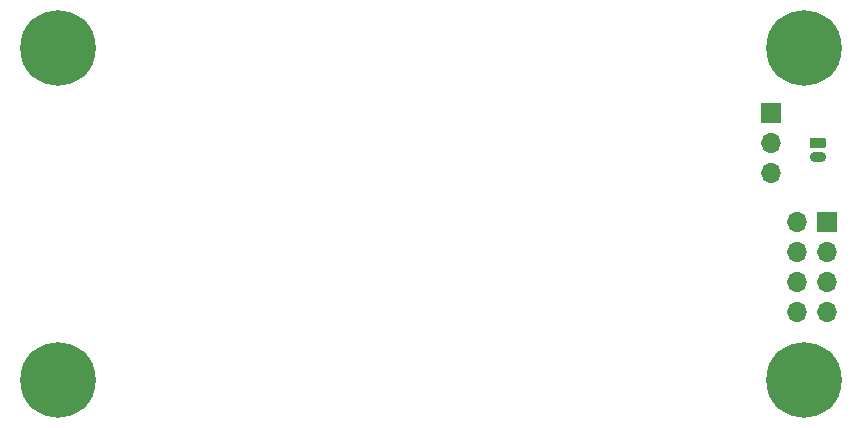
<source format=gbr>
%TF.GenerationSoftware,KiCad,Pcbnew,8.0.2*%
%TF.CreationDate,2024-06-01T14:05:18+02:00*%
%TF.ProjectId,dht,6468742e-6b69-4636-9164-5f7063625858,rev?*%
%TF.SameCoordinates,Original*%
%TF.FileFunction,Soldermask,Top*%
%TF.FilePolarity,Negative*%
%FSLAX46Y46*%
G04 Gerber Fmt 4.6, Leading zero omitted, Abs format (unit mm)*
G04 Created by KiCad (PCBNEW 8.0.2) date 2024-06-01 14:05:18*
%MOMM*%
%LPD*%
G01*
G04 APERTURE LIST*
G04 Aperture macros list*
%AMRoundRect*
0 Rectangle with rounded corners*
0 $1 Rounding radius*
0 $2 $3 $4 $5 $6 $7 $8 $9 X,Y pos of 4 corners*
0 Add a 4 corners polygon primitive as box body*
4,1,4,$2,$3,$4,$5,$6,$7,$8,$9,$2,$3,0*
0 Add four circle primitives for the rounded corners*
1,1,$1+$1,$2,$3*
1,1,$1+$1,$4,$5*
1,1,$1+$1,$6,$7*
1,1,$1+$1,$8,$9*
0 Add four rect primitives between the rounded corners*
20,1,$1+$1,$2,$3,$4,$5,0*
20,1,$1+$1,$4,$5,$6,$7,0*
20,1,$1+$1,$6,$7,$8,$9,0*
20,1,$1+$1,$8,$9,$2,$3,0*%
G04 Aperture macros list end*
%ADD10RoundRect,0.225000X-0.475000X0.225000X-0.475000X-0.225000X0.475000X-0.225000X0.475000X0.225000X0*%
%ADD11O,1.400000X0.900000*%
%ADD12C,0.800000*%
%ADD13C,6.400000*%
%ADD14R,1.700000X1.700000*%
%ADD15O,1.700000X1.700000*%
G04 APERTURE END LIST*
D10*
%TO.C,J2*%
X166000000Y-83000000D03*
D11*
X166000000Y-84250000D03*
%TD*%
D12*
%TO.C,H3*%
X162402944Y-103100000D03*
X163105888Y-101402944D03*
X163105888Y-104797056D03*
X164802944Y-100700000D03*
D13*
X164802944Y-103100000D03*
D12*
X164802944Y-105500000D03*
X166500000Y-101402944D03*
X166500000Y-104797056D03*
X167202944Y-103100000D03*
%TD*%
%TO.C,H2*%
X162402944Y-75000000D03*
X163105888Y-73302944D03*
X163105888Y-76697056D03*
X164802944Y-72600000D03*
D13*
X164802944Y-75000000D03*
D12*
X164802944Y-77400000D03*
X166500000Y-73302944D03*
X166500000Y-76697056D03*
X167202944Y-75000000D03*
%TD*%
%TO.C,H1*%
X99297056Y-103100000D03*
X100000000Y-101402944D03*
X100000000Y-104797056D03*
X101697056Y-100700000D03*
D13*
X101697056Y-103100000D03*
D12*
X101697056Y-105500000D03*
X103394112Y-101402944D03*
X103394112Y-104797056D03*
X104097056Y-103100000D03*
%TD*%
D14*
%TO.C,J1*%
X166790000Y-89700000D03*
D15*
X164250000Y-89700000D03*
X166790000Y-92240000D03*
X164250000Y-92240000D03*
X166790000Y-94780000D03*
X164250000Y-94780000D03*
X166790000Y-97320000D03*
X164250000Y-97320000D03*
%TD*%
D12*
%TO.C,H5*%
X99297056Y-75000000D03*
X100000000Y-73302944D03*
X100000000Y-76697056D03*
X101697056Y-72600000D03*
D13*
X101697056Y-75000000D03*
D12*
X101697056Y-77400000D03*
X103394112Y-73302944D03*
X103394112Y-76697056D03*
X104097056Y-75000000D03*
%TD*%
D15*
%TO.C,J3*%
X162000000Y-85580000D03*
X162000000Y-83040000D03*
D14*
X162000000Y-80500000D03*
%TD*%
M02*

</source>
